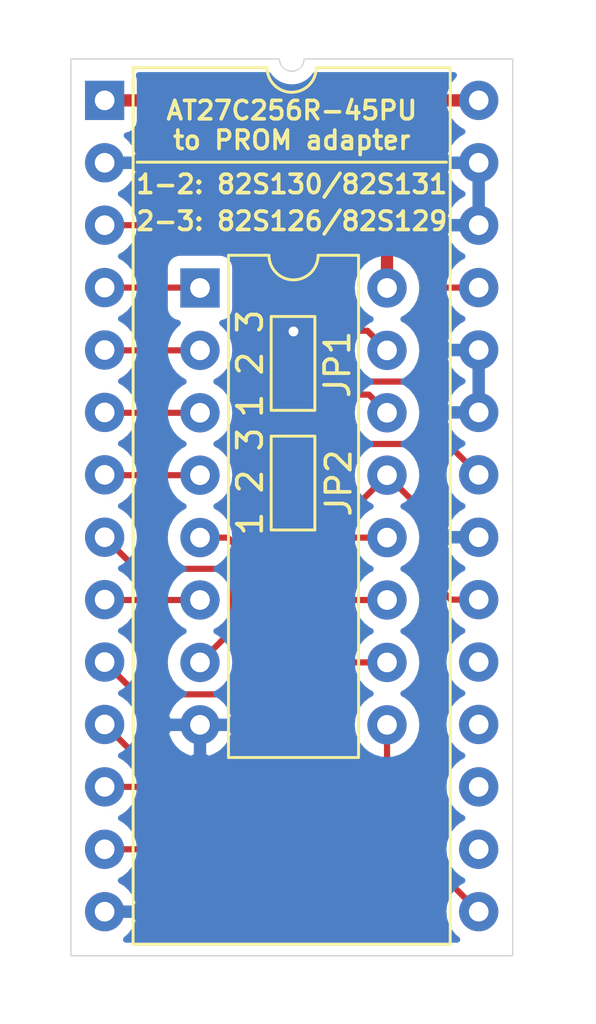
<source format=kicad_pcb>
(kicad_pcb (version 20171130) (host pcbnew "(5.1.4)-1")

  (general
    (thickness 1.6)
    (drawings 13)
    (tracks 69)
    (zones 0)
    (modules 4)
    (nets 23)
  )

  (page A4)
  (layers
    (0 F.Cu signal)
    (31 B.Cu signal)
    (32 B.Adhes user)
    (33 F.Adhes user)
    (34 B.Paste user)
    (35 F.Paste user)
    (36 B.SilkS user)
    (37 F.SilkS user)
    (38 B.Mask user)
    (39 F.Mask user)
    (40 Dwgs.User user)
    (41 Cmts.User user)
    (42 Eco1.User user)
    (43 Eco2.User user)
    (44 Edge.Cuts user)
    (45 Margin user)
    (46 B.CrtYd user)
    (47 F.CrtYd user)
    (48 B.Fab user)
    (49 F.Fab user)
  )

  (setup
    (last_trace_width 0.25)
    (trace_clearance 0.2)
    (zone_clearance 0.508)
    (zone_45_only no)
    (trace_min 0.2)
    (via_size 0.8)
    (via_drill 0.4)
    (via_min_size 0.4)
    (via_min_drill 0.3)
    (uvia_size 0.3)
    (uvia_drill 0.1)
    (uvias_allowed no)
    (uvia_min_size 0.2)
    (uvia_min_drill 0.1)
    (edge_width 0.05)
    (segment_width 0.2)
    (pcb_text_width 0.3)
    (pcb_text_size 1.5 1.5)
    (mod_edge_width 0.12)
    (mod_text_size 1 1)
    (mod_text_width 0.15)
    (pad_size 1.524 1.524)
    (pad_drill 0.762)
    (pad_to_mask_clearance 0.051)
    (solder_mask_min_width 0.25)
    (aux_axis_origin 0 0)
    (visible_elements FFFFFF7F)
    (pcbplotparams
      (layerselection 0x010fc_ffffffff)
      (usegerberextensions false)
      (usegerberattributes false)
      (usegerberadvancedattributes false)
      (creategerberjobfile false)
      (excludeedgelayer true)
      (linewidth 0.100000)
      (plotframeref false)
      (viasonmask false)
      (mode 1)
      (useauxorigin false)
      (hpglpennumber 1)
      (hpglpenspeed 20)
      (hpglpendiameter 15.000000)
      (psnegative false)
      (psa4output false)
      (plotreference true)
      (plotvalue true)
      (plotinvisibletext false)
      (padsonsilk false)
      (subtractmaskfromsilk false)
      (outputformat 1)
      (mirror false)
      (drillshape 0)
      (scaleselection 1)
      (outputdirectory "PROM_Adapter_Gerbers/"))
  )

  (net 0 "")
  (net 1 +5V)
  (net 2 GND)
  (net 3 A7)
  (net 4 A2)
  (net 5 PROM_14)
  (net 6 A1)
  (net 7 CE)
  (net 8 A0)
  (net 9 D0)
  (net 10 A3)
  (net 11 D1)
  (net 12 A4)
  (net 13 D2)
  (net 14 A5)
  (net 15 D3)
  (net 16 A6)
  (net 17 "Net-(JP1-Pad2)")
  (net 18 "Net-(JP2-Pad2)")
  (net 19 "Net-(U1-Pad19)")
  (net 20 "Net-(U1-Pad18)")
  (net 21 "Net-(U1-Pad17)")
  (net 22 "Net-(U1-Pad16)")

  (net_class Default "This is the default net class."
    (clearance 0.2)
    (trace_width 0.25)
    (via_dia 0.8)
    (via_drill 0.4)
    (uvia_dia 0.3)
    (uvia_drill 0.1)
    (add_net +5V)
    (add_net A0)
    (add_net A1)
    (add_net A2)
    (add_net A3)
    (add_net A4)
    (add_net A5)
    (add_net A6)
    (add_net A7)
    (add_net CE)
    (add_net D0)
    (add_net D1)
    (add_net D2)
    (add_net D3)
    (add_net GND)
    (add_net "Net-(JP1-Pad2)")
    (add_net "Net-(JP2-Pad2)")
    (add_net "Net-(U1-Pad16)")
    (add_net "Net-(U1-Pad17)")
    (add_net "Net-(U1-Pad18)")
    (add_net "Net-(U1-Pad19)")
    (add_net PROM_14)
  )

  (module Housings_DIP:DIP-16_W7.62mm (layer F.Cu) (tedit 59C78D6B) (tstamp 6046B427)
    (at 133.26 95.32)
    (descr "16-lead though-hole mounted DIP package, row spacing 7.62 mm (300 mils)")
    (tags "THT DIP DIL PDIP 2.54mm 7.62mm 300mil")
    (path /6046D809)
    (fp_text reference J1 (at 3.81 -2.33) (layer F.Fab)
      (effects (font (size 1 1) (thickness 0.15)))
    )
    (fp_text value Conn_02x08_Counter_Clockwise (at 3.81 20.11) (layer F.Fab)
      (effects (font (size 1 1) (thickness 0.15)))
    )
    (fp_text user %R (at 3.81 8.89) (layer F.Fab)
      (effects (font (size 1 1) (thickness 0.15)))
    )
    (fp_line (start 8.7 -1.55) (end -1.1 -1.55) (layer F.CrtYd) (width 0.05))
    (fp_line (start 8.7 19.3) (end 8.7 -1.55) (layer F.CrtYd) (width 0.05))
    (fp_line (start -1.1 19.3) (end 8.7 19.3) (layer F.CrtYd) (width 0.05))
    (fp_line (start -1.1 -1.55) (end -1.1 19.3) (layer F.CrtYd) (width 0.05))
    (fp_line (start 6.46 -1.33) (end 4.81 -1.33) (layer F.SilkS) (width 0.12))
    (fp_line (start 6.46 19.11) (end 6.46 -1.33) (layer F.SilkS) (width 0.12))
    (fp_line (start 1.16 19.11) (end 6.46 19.11) (layer F.SilkS) (width 0.12))
    (fp_line (start 1.16 -1.33) (end 1.16 19.11) (layer F.SilkS) (width 0.12))
    (fp_line (start 2.81 -1.33) (end 1.16 -1.33) (layer F.SilkS) (width 0.12))
    (fp_line (start 0.635 -0.27) (end 1.635 -1.27) (layer F.Fab) (width 0.1))
    (fp_line (start 0.635 19.05) (end 0.635 -0.27) (layer F.Fab) (width 0.1))
    (fp_line (start 6.985 19.05) (end 0.635 19.05) (layer F.Fab) (width 0.1))
    (fp_line (start 6.985 -1.27) (end 6.985 19.05) (layer F.Fab) (width 0.1))
    (fp_line (start 1.635 -1.27) (end 6.985 -1.27) (layer F.Fab) (width 0.1))
    (fp_arc (start 3.81 -1.33) (end 2.81 -1.33) (angle -180) (layer F.SilkS) (width 0.12))
    (pad 16 thru_hole oval (at 7.62 0) (size 1.6 1.6) (drill 0.8) (layers *.Cu *.Mask)
      (net 1 +5V))
    (pad 8 thru_hole oval (at 0 17.78) (size 1.6 1.6) (drill 0.8) (layers *.Cu *.Mask)
      (net 2 GND))
    (pad 15 thru_hole oval (at 7.62 2.54) (size 1.6 1.6) (drill 0.8) (layers *.Cu *.Mask)
      (net 3 A7))
    (pad 7 thru_hole oval (at 0 15.24) (size 1.6 1.6) (drill 0.8) (layers *.Cu *.Mask)
      (net 4 A2))
    (pad 14 thru_hole oval (at 7.62 5.08) (size 1.6 1.6) (drill 0.8) (layers *.Cu *.Mask)
      (net 5 PROM_14))
    (pad 6 thru_hole oval (at 0 12.7) (size 1.6 1.6) (drill 0.8) (layers *.Cu *.Mask)
      (net 6 A1))
    (pad 13 thru_hole oval (at 7.62 7.62) (size 1.6 1.6) (drill 0.8) (layers *.Cu *.Mask)
      (net 7 CE))
    (pad 5 thru_hole oval (at 0 10.16) (size 1.6 1.6) (drill 0.8) (layers *.Cu *.Mask)
      (net 8 A0))
    (pad 12 thru_hole oval (at 7.62 10.16) (size 1.6 1.6) (drill 0.8) (layers *.Cu *.Mask)
      (net 9 D0))
    (pad 4 thru_hole oval (at 0 7.62) (size 1.6 1.6) (drill 0.8) (layers *.Cu *.Mask)
      (net 10 A3))
    (pad 11 thru_hole oval (at 7.62 12.7) (size 1.6 1.6) (drill 0.8) (layers *.Cu *.Mask)
      (net 11 D1))
    (pad 3 thru_hole oval (at 0 5.08) (size 1.6 1.6) (drill 0.8) (layers *.Cu *.Mask)
      (net 12 A4))
    (pad 10 thru_hole oval (at 7.62 15.24) (size 1.6 1.6) (drill 0.8) (layers *.Cu *.Mask)
      (net 13 D2))
    (pad 2 thru_hole oval (at 0 2.54) (size 1.6 1.6) (drill 0.8) (layers *.Cu *.Mask)
      (net 14 A5))
    (pad 9 thru_hole oval (at 7.62 17.78) (size 1.6 1.6) (drill 0.8) (layers *.Cu *.Mask)
      (net 15 D3))
    (pad 1 thru_hole rect (at 0 0) (size 1.6 1.6) (drill 0.8) (layers *.Cu *.Mask)
      (net 16 A6))
    (model ${KISYS3DMOD}/Housings_DIP.3dshapes/DIP-16_W7.62mm.wrl
      (at (xyz 0 0 0))
      (scale (xyz 1 1 1))
      (rotate (xyz 0 0 0))
    )
  )

  (module Connectors:GS3 (layer F.Cu) (tedit 58613494) (tstamp 6046B436)
    (at 137.05 98.39 180)
    (descr "3-pin solder bridge")
    (tags "solder bridge")
    (path /60470362)
    (attr smd)
    (fp_text reference JP1 (at -1.81 -0.04 90) (layer F.SilkS)
      (effects (font (size 1 1) (thickness 0.15)))
    )
    (fp_text value Jumper_3_Open (at 1.8 0 90) (layer F.Fab)
      (effects (font (size 1 1) (thickness 0.15)))
    )
    (fp_line (start -0.89 -1.91) (end 0.89 -1.91) (layer F.SilkS) (width 0.12))
    (fp_line (start 0.89 1.91) (end 0.89 -1.91) (layer F.SilkS) (width 0.12))
    (fp_line (start -0.89 1.91) (end 0.89 1.91) (layer F.SilkS) (width 0.12))
    (fp_line (start -0.89 -1.91) (end -0.89 1.91) (layer F.SilkS) (width 0.12))
    (fp_line (start -1.15 2.15) (end -1.15 -2.15) (layer F.CrtYd) (width 0.05))
    (fp_line (start 1.15 2.15) (end -1.15 2.15) (layer F.CrtYd) (width 0.05))
    (fp_line (start 1.15 -2.15) (end 1.15 2.15) (layer F.CrtYd) (width 0.05))
    (fp_line (start -1.15 -2.15) (end 1.15 -2.15) (layer F.CrtYd) (width 0.05))
    (pad 3 smd rect (at 0 1.27 180) (size 1.27 0.97) (layers F.Cu F.Paste F.Mask)
      (net 2 GND))
    (pad 2 smd rect (at 0 0 180) (size 1.27 0.97) (layers F.Cu F.Paste F.Mask)
      (net 17 "Net-(JP1-Pad2)"))
    (pad 1 smd rect (at 0 -1.27 180) (size 1.27 0.97) (layers F.Cu F.Paste F.Mask)
      (net 5 PROM_14))
  )

  (module Connectors:GS3 (layer F.Cu) (tedit 58613494) (tstamp 6046B445)
    (at 137.05 103.26 180)
    (descr "3-pin solder bridge")
    (tags "solder bridge")
    (path /6047724B)
    (attr smd)
    (fp_text reference JP2 (at -1.86 0 90) (layer F.SilkS)
      (effects (font (size 1 1) (thickness 0.15)))
    )
    (fp_text value Jumper_3_Open (at 1.8 0 90) (layer F.Fab)
      (effects (font (size 1 1) (thickness 0.15)))
    )
    (fp_line (start -1.15 -2.15) (end 1.15 -2.15) (layer F.CrtYd) (width 0.05))
    (fp_line (start 1.15 -2.15) (end 1.15 2.15) (layer F.CrtYd) (width 0.05))
    (fp_line (start 1.15 2.15) (end -1.15 2.15) (layer F.CrtYd) (width 0.05))
    (fp_line (start -1.15 2.15) (end -1.15 -2.15) (layer F.CrtYd) (width 0.05))
    (fp_line (start -0.89 -1.91) (end -0.89 1.91) (layer F.SilkS) (width 0.12))
    (fp_line (start -0.89 1.91) (end 0.89 1.91) (layer F.SilkS) (width 0.12))
    (fp_line (start 0.89 1.91) (end 0.89 -1.91) (layer F.SilkS) (width 0.12))
    (fp_line (start -0.89 -1.91) (end 0.89 -1.91) (layer F.SilkS) (width 0.12))
    (pad 1 smd rect (at 0 -1.27 180) (size 1.27 0.97) (layers F.Cu F.Paste F.Mask)
      (net 7 CE))
    (pad 2 smd rect (at 0 0 180) (size 1.27 0.97) (layers F.Cu F.Paste F.Mask)
      (net 18 "Net-(JP2-Pad2)"))
    (pad 3 smd rect (at 0 1.27 180) (size 1.27 0.97) (layers F.Cu F.Paste F.Mask)
      (net 5 PROM_14))
  )

  (module Housings_DIP:DIP-28_W15.24mm (layer F.Cu) (tedit 59C78D6C) (tstamp 6046B475)
    (at 129.375001 87.685001)
    (descr "28-lead though-hole mounted DIP package, row spacing 15.24 mm (600 mils)")
    (tags "THT DIP DIL PDIP 2.54mm 15.24mm 600mil")
    (path /6046ADD0)
    (fp_text reference U1 (at 7.62 -2.33) (layer F.Fab)
      (effects (font (size 1 1) (thickness 0.15)))
    )
    (fp_text value 27C256 (at 7.62 35.35) (layer F.Fab)
      (effects (font (size 1 1) (thickness 0.15)))
    )
    (fp_text user %R (at 7.62 16.51) (layer F.Fab)
      (effects (font (size 1 1) (thickness 0.15)))
    )
    (fp_line (start 16.3 -1.55) (end -1.05 -1.55) (layer F.CrtYd) (width 0.05))
    (fp_line (start 16.3 34.55) (end 16.3 -1.55) (layer F.CrtYd) (width 0.05))
    (fp_line (start -1.05 34.55) (end 16.3 34.55) (layer F.CrtYd) (width 0.05))
    (fp_line (start -1.05 -1.55) (end -1.05 34.55) (layer F.CrtYd) (width 0.05))
    (fp_line (start 14.08 -1.33) (end 8.62 -1.33) (layer F.SilkS) (width 0.12))
    (fp_line (start 14.08 34.35) (end 14.08 -1.33) (layer F.SilkS) (width 0.12))
    (fp_line (start 1.16 34.35) (end 14.08 34.35) (layer F.SilkS) (width 0.12))
    (fp_line (start 1.16 -1.33) (end 1.16 34.35) (layer F.SilkS) (width 0.12))
    (fp_line (start 6.62 -1.33) (end 1.16 -1.33) (layer F.SilkS) (width 0.12))
    (fp_line (start 0.255 -0.27) (end 1.255 -1.27) (layer F.Fab) (width 0.1))
    (fp_line (start 0.255 34.29) (end 0.255 -0.27) (layer F.Fab) (width 0.1))
    (fp_line (start 14.985 34.29) (end 0.255 34.29) (layer F.Fab) (width 0.1))
    (fp_line (start 14.985 -1.27) (end 14.985 34.29) (layer F.Fab) (width 0.1))
    (fp_line (start 1.255 -1.27) (end 14.985 -1.27) (layer F.Fab) (width 0.1))
    (fp_arc (start 7.62 -1.33) (end 6.62 -1.33) (angle -180) (layer F.SilkS) (width 0.12))
    (pad 28 thru_hole oval (at 15.24 0) (size 1.6 1.6) (drill 0.8) (layers *.Cu *.Mask)
      (net 1 +5V))
    (pad 14 thru_hole oval (at 0 33.02) (size 1.6 1.6) (drill 0.8) (layers *.Cu *.Mask)
      (net 2 GND))
    (pad 27 thru_hole oval (at 15.24 2.54) (size 1.6 1.6) (drill 0.8) (layers *.Cu *.Mask)
      (net 2 GND))
    (pad 13 thru_hole oval (at 0 30.48) (size 1.6 1.6) (drill 0.8) (layers *.Cu *.Mask)
      (net 13 D2))
    (pad 26 thru_hole oval (at 15.24 5.08) (size 1.6 1.6) (drill 0.8) (layers *.Cu *.Mask)
      (net 2 GND))
    (pad 12 thru_hole oval (at 0 27.94) (size 1.6 1.6) (drill 0.8) (layers *.Cu *.Mask)
      (net 11 D1))
    (pad 25 thru_hole oval (at 15.24 7.62) (size 1.6 1.6) (drill 0.8) (layers *.Cu *.Mask)
      (net 17 "Net-(JP1-Pad2)"))
    (pad 11 thru_hole oval (at 0 25.4) (size 1.6 1.6) (drill 0.8) (layers *.Cu *.Mask)
      (net 9 D0))
    (pad 24 thru_hole oval (at 15.24 10.16) (size 1.6 1.6) (drill 0.8) (layers *.Cu *.Mask)
      (net 2 GND))
    (pad 10 thru_hole oval (at 0 22.86) (size 1.6 1.6) (drill 0.8) (layers *.Cu *.Mask)
      (net 8 A0))
    (pad 23 thru_hole oval (at 15.24 12.7) (size 1.6 1.6) (drill 0.8) (layers *.Cu *.Mask)
      (net 2 GND))
    (pad 9 thru_hole oval (at 0 20.32) (size 1.6 1.6) (drill 0.8) (layers *.Cu *.Mask)
      (net 6 A1))
    (pad 22 thru_hole oval (at 15.24 15.24) (size 1.6 1.6) (drill 0.8) (layers *.Cu *.Mask)
      (net 18 "Net-(JP2-Pad2)"))
    (pad 8 thru_hole oval (at 0 17.78) (size 1.6 1.6) (drill 0.8) (layers *.Cu *.Mask)
      (net 4 A2))
    (pad 21 thru_hole oval (at 15.24 17.78) (size 1.6 1.6) (drill 0.8) (layers *.Cu *.Mask)
      (net 2 GND))
    (pad 7 thru_hole oval (at 0 15.24) (size 1.6 1.6) (drill 0.8) (layers *.Cu *.Mask)
      (net 10 A3))
    (pad 20 thru_hole oval (at 15.24 20.32) (size 1.6 1.6) (drill 0.8) (layers *.Cu *.Mask)
      (net 7 CE))
    (pad 6 thru_hole oval (at 0 12.7) (size 1.6 1.6) (drill 0.8) (layers *.Cu *.Mask)
      (net 12 A4))
    (pad 19 thru_hole oval (at 15.24 22.86) (size 1.6 1.6) (drill 0.8) (layers *.Cu *.Mask)
      (net 19 "Net-(U1-Pad19)"))
    (pad 5 thru_hole oval (at 0 10.16) (size 1.6 1.6) (drill 0.8) (layers *.Cu *.Mask)
      (net 14 A5))
    (pad 18 thru_hole oval (at 15.24 25.4) (size 1.6 1.6) (drill 0.8) (layers *.Cu *.Mask)
      (net 20 "Net-(U1-Pad18)"))
    (pad 4 thru_hole oval (at 0 7.62) (size 1.6 1.6) (drill 0.8) (layers *.Cu *.Mask)
      (net 16 A6))
    (pad 17 thru_hole oval (at 15.24 27.94) (size 1.6 1.6) (drill 0.8) (layers *.Cu *.Mask)
      (net 21 "Net-(U1-Pad17)"))
    (pad 3 thru_hole oval (at 0 5.08) (size 1.6 1.6) (drill 0.8) (layers *.Cu *.Mask)
      (net 3 A7))
    (pad 16 thru_hole oval (at 15.24 30.48) (size 1.6 1.6) (drill 0.8) (layers *.Cu *.Mask)
      (net 22 "Net-(U1-Pad16)"))
    (pad 2 thru_hole oval (at 0 2.54) (size 1.6 1.6) (drill 0.8) (layers *.Cu *.Mask)
      (net 2 GND))
    (pad 15 thru_hole oval (at 15.24 33.02) (size 1.6 1.6) (drill 0.8) (layers *.Cu *.Mask)
      (net 15 D3))
    (pad 1 thru_hole rect (at 0 0) (size 1.6 1.6) (drill 0.8) (layers *.Cu *.Mask)
      (net 1 +5V))
    (model ${KISYS3DMOD}/Housings_DIP.3dshapes/DIP-28_W15.24mm.wrl
      (at (xyz 0 0 0))
      (scale (xyz 1 1 1))
      (rotate (xyz 0 0 0))
    )
  )

  (gr_line (start 130.7 90.2) (end 143.3 90.2) (layer F.SilkS) (width 0.12))
  (gr_text "AT27C256R-45PU\nto PROM adapter" (at 137 88.7) (layer F.SilkS) (tstamp 6046BC46)
    (effects (font (size 0.75 0.75) (thickness 0.15)))
  )
  (gr_text "2-3: 82S126/82S129" (at 137 92.6) (layer F.SilkS) (tstamp 6046BAE7)
    (effects (font (size 0.75 0.75) (thickness 0.15)))
  )
  (gr_text "1-2: 82S130/82S131" (at 137 91.1) (layer F.SilkS)
    (effects (font (size 0.75 0.75) (thickness 0.15)))
  )
  (gr_text "1 2 3" (at 135.3 98.4 90) (layer F.SilkS) (tstamp 6046BAE3)
    (effects (font (size 1 1) (thickness 0.15)))
  )
  (gr_text "1 2 3" (at 135.3 103.2 90) (layer F.SilkS)
    (effects (font (size 1 1) (thickness 0.15)))
  )
  (gr_line (start 146 86) (end 137.5 86) (layer Edge.Cuts) (width 0.05) (tstamp 6046BA82))
  (gr_arc (start 137 86) (end 136.5 86) (angle -90) (layer Edge.Cuts) (width 0.05) (tstamp 6046BA77))
  (gr_arc (start 137 86) (end 137 86.5) (angle -90) (layer Edge.Cuts) (width 0.05))
  (gr_line (start 146 86) (end 146 122.5) (layer Edge.Cuts) (width 0.05) (tstamp 6046BA72))
  (gr_line (start 128 86) (end 136.5 86) (layer Edge.Cuts) (width 0.05))
  (gr_line (start 128 122.5) (end 128 86) (layer Edge.Cuts) (width 0.05))
  (gr_line (start 146 122.5) (end 128 122.5) (layer Edge.Cuts) (width 0.05))

  (segment (start 144.615001 87.685001) (end 143.274999 87.685001) (width 0.5) (layer F.Cu) (net 1))
  (segment (start 143.274999 87.685001) (end 129.375001 87.685001) (width 0.5) (layer F.Cu) (net 1))
  (segment (start 144.615001 87.685001) (end 142.824999 87.685001) (width 0.25) (layer F.Cu) (net 1))
  (segment (start 140.88 89.63) (end 140.88 95.32) (width 0.5) (layer F.Cu) (net 1))
  (segment (start 142.824999 87.685001) (end 140.88 89.63) (width 0.5) (layer F.Cu) (net 1))
  (via (at 137.07 97.09) (size 0.8) (drill 0.4) (layers F.Cu B.Cu) (net 2))
  (segment (start 140.080001 97.060001) (end 139.540001 97.060001) (width 0.25) (layer F.Cu) (net 3))
  (segment (start 140.88 97.86) (end 140.080001 97.060001) (width 0.25) (layer F.Cu) (net 3))
  (segment (start 135.245001 92.765001) (end 129.375001 92.765001) (width 0.25) (layer F.Cu) (net 3))
  (segment (start 139.540001 97.060001) (end 135.245001 92.765001) (width 0.25) (layer F.Cu) (net 3))
  (segment (start 133.26 110.56) (end 134.56 109.26) (width 0.25) (layer F.Cu) (net 4))
  (segment (start 134.56 109.26) (end 134.56 107.08) (width 0.25) (layer F.Cu) (net 4))
  (segment (start 134.56 107.08) (end 134.23 106.75) (width 0.25) (layer F.Cu) (net 4))
  (segment (start 130.66 106.75) (end 129.375001 105.465001) (width 0.25) (layer F.Cu) (net 4))
  (segment (start 134.23 106.75) (end 130.66 106.75) (width 0.25) (layer F.Cu) (net 4))
  (segment (start 137.05 101.99) (end 137.05 99.66) (width 0.25) (layer F.Cu) (net 5))
  (segment (start 140.14 99.66) (end 140.88 100.4) (width 0.25) (layer F.Cu) (net 5))
  (segment (start 137.05 99.66) (end 140.14 99.66) (width 0.25) (layer F.Cu) (net 5))
  (segment (start 129.39 108.02) (end 129.375001 108.005001) (width 0.25) (layer F.Cu) (net 6))
  (segment (start 133.26 108.02) (end 129.39 108.02) (width 0.25) (layer F.Cu) (net 6))
  (segment (start 143.483631 108.005001) (end 142.7 107.22137) (width 0.25) (layer F.Cu) (net 7))
  (segment (start 144.615001 108.005001) (end 143.483631 108.005001) (width 0.25) (layer F.Cu) (net 7))
  (segment (start 142.7 104.76) (end 140.88 102.94) (width 0.25) (layer F.Cu) (net 7))
  (segment (start 142.7 107.22137) (end 142.7 104.76) (width 0.25) (layer F.Cu) (net 7))
  (segment (start 139.29 104.53) (end 137.05 104.53) (width 0.25) (layer F.Cu) (net 7))
  (segment (start 140.88 102.94) (end 139.29 104.53) (width 0.25) (layer F.Cu) (net 7))
  (segment (start 130.69 111.86) (end 129.375001 110.545001) (width 0.25) (layer F.Cu) (net 8))
  (segment (start 134.76 111.86) (end 130.69 111.86) (width 0.25) (layer F.Cu) (net 8))
  (segment (start 135.05 111.57) (end 134.76 111.86) (width 0.25) (layer F.Cu) (net 8))
  (segment (start 135.05 106.13863) (end 135.05 111.57) (width 0.25) (layer F.Cu) (net 8))
  (segment (start 133.26 105.48) (end 134.39137 105.48) (width 0.25) (layer F.Cu) (net 8))
  (segment (start 134.39137 105.48) (end 135.05 106.13863) (width 0.25) (layer F.Cu) (net 8))
  (segment (start 139.08 105.48) (end 140.88 105.48) (width 0.25) (layer F.Cu) (net 9))
  (segment (start 137.88 106.68) (end 139.08 105.48) (width 0.25) (layer F.Cu) (net 9))
  (segment (start 137.88 113.01) (end 137.88 106.68) (width 0.25) (layer F.Cu) (net 9))
  (segment (start 136.32 114.57) (end 137.88 113.01) (width 0.25) (layer F.Cu) (net 9))
  (segment (start 129.375001 113.085001) (end 130.86 114.57) (width 0.25) (layer F.Cu) (net 9))
  (segment (start 130.86 114.57) (end 136.32 114.57) (width 0.25) (layer F.Cu) (net 9))
  (segment (start 129.39 102.94) (end 129.375001 102.925001) (width 0.25) (layer F.Cu) (net 10))
  (segment (start 133.26 102.94) (end 129.39 102.94) (width 0.25) (layer F.Cu) (net 10))
  (segment (start 135.901409 115.625001) (end 138.36 113.16641) (width 0.25) (layer F.Cu) (net 11))
  (segment (start 129.375001 115.625001) (end 135.901409 115.625001) (width 0.25) (layer F.Cu) (net 11))
  (segment (start 138.36 113.16641) (end 138.36 109.18) (width 0.25) (layer F.Cu) (net 11))
  (segment (start 139.52 108.02) (end 140.88 108.02) (width 0.25) (layer F.Cu) (net 11))
  (segment (start 138.36 109.18) (end 139.52 108.02) (width 0.25) (layer F.Cu) (net 11))
  (segment (start 129.39 100.4) (end 129.375001 100.385001) (width 0.25) (layer F.Cu) (net 12))
  (segment (start 133.26 100.4) (end 129.39 100.4) (width 0.25) (layer F.Cu) (net 12))
  (segment (start 133.997819 118.165001) (end 138.87 113.29282) (width 0.25) (layer F.Cu) (net 13))
  (segment (start 129.375001 118.165001) (end 133.997819 118.165001) (width 0.25) (layer F.Cu) (net 13))
  (segment (start 138.87 113.29282) (end 138.87 111.11) (width 0.25) (layer F.Cu) (net 13))
  (segment (start 139.42 110.56) (end 140.88 110.56) (width 0.25) (layer F.Cu) (net 13))
  (segment (start 138.87 111.11) (end 139.42 110.56) (width 0.25) (layer F.Cu) (net 13))
  (segment (start 129.39 97.86) (end 129.375001 97.845001) (width 0.25) (layer F.Cu) (net 14))
  (segment (start 133.26 97.86) (end 129.39 97.86) (width 0.25) (layer F.Cu) (net 14))
  (segment (start 140.88 116.97) (end 140.88 113.1) (width 0.25) (layer F.Cu) (net 15))
  (segment (start 144.615001 120.705001) (end 140.88 116.97) (width 0.25) (layer F.Cu) (net 15))
  (segment (start 133.245001 95.305001) (end 133.26 95.32) (width 0.25) (layer F.Cu) (net 16))
  (segment (start 129.375001 95.305001) (end 133.245001 95.305001) (width 0.25) (layer F.Cu) (net 16))
  (segment (start 137.05 98.39) (end 138.88 98.39) (width 0.25) (layer F.Cu) (net 17))
  (segment (start 138.88 98.39) (end 139.62 99.13) (width 0.25) (layer F.Cu) (net 17))
  (segment (start 139.62 99.13) (end 142.01 99.13) (width 0.25) (layer F.Cu) (net 17))
  (segment (start 142.01 99.13) (end 142.75 98.39) (width 0.25) (layer F.Cu) (net 17))
  (segment (start 142.75 98.39) (end 142.75 95.68) (width 0.25) (layer F.Cu) (net 17))
  (segment (start 143.124999 95.305001) (end 144.615001 95.305001) (width 0.25) (layer F.Cu) (net 17))
  (segment (start 142.75 95.68) (end 143.124999 95.305001) (width 0.25) (layer F.Cu) (net 17))
  (segment (start 137.935 103.26) (end 139.525 101.67) (width 0.25) (layer F.Cu) (net 18))
  (segment (start 137.05 103.26) (end 137.935 103.26) (width 0.25) (layer F.Cu) (net 18))
  (segment (start 143.36 101.67) (end 144.615001 102.925001) (width 0.25) (layer F.Cu) (net 18))
  (segment (start 139.525 101.67) (end 143.36 101.67) (width 0.25) (layer F.Cu) (net 18))

  (zone (net 2) (net_name GND) (layer B.Cu) (tstamp 6046C238) (hatch edge 0.508)
    (connect_pads (clearance 0.508))
    (min_thickness 0.254)
    (fill yes (arc_segments 32) (thermal_gap 0.508) (thermal_bridge_width 0.508))
    (polygon
      (pts
        (xy 149.4 125.3) (xy 125.7 124.2) (xy 126.5 83.6) (xy 148 84.8)
      )
    )
    (filled_polygon
      (pts
        (xy 136.071119 86.693156) (xy 136.076943 86.700297) (xy 136.139145 86.775486) (xy 136.181594 86.817639) (xy 136.223439 86.860371)
        (xy 136.23054 86.866245) (xy 136.30616 86.927921) (xy 136.356025 86.961052) (xy 136.40535 86.994825) (xy 136.413445 86.999202)
        (xy 136.413448 86.999204) (xy 136.413451 86.999205) (xy 136.413456 86.999208) (xy 136.499617 87.04502) (xy 136.554909 87.067809)
        (xy 136.609898 87.091378) (xy 136.618701 87.094103) (xy 136.712119 87.122308) (xy 136.770826 87.133933) (xy 136.829316 87.146365)
        (xy 136.83847 87.147327) (xy 136.838476 87.147328) (xy 136.838481 87.147328) (xy 136.935598 87.15685) (xy 136.964403 87.15685)
        (xy 136.993054 87.159964) (xy 137.002269 87.159996) (xy 137.00576 87.159984) (xy 137.034459 87.15707) (xy 137.063308 87.157272)
        (xy 137.072479 87.156373) (xy 137.169527 87.146173) (xy 137.228152 87.134139) (xy 137.286884 87.122936) (xy 137.295706 87.120272)
        (xy 137.388925 87.091416) (xy 137.444075 87.068233) (xy 137.499537 87.045825) (xy 137.507666 87.041502) (xy 137.50767 87.0415)
        (xy 137.507673 87.041498) (xy 137.593511 86.995086) (xy 137.643098 86.961638) (xy 137.693156 86.928881) (xy 137.700297 86.923057)
        (xy 137.775486 86.860855) (xy 137.817639 86.818406) (xy 137.860371 86.776561) (xy 137.866245 86.76946) (xy 137.927921 86.69384)
        (xy 137.950405 86.66) (xy 143.601964 86.66) (xy 143.595393 86.665393) (xy 143.416069 86.8839) (xy 143.282819 87.133193)
        (xy 143.200765 87.403692) (xy 143.173058 87.685001) (xy 143.200765 87.96631) (xy 143.282819 88.236809) (xy 143.416069 88.486102)
        (xy 143.595393 88.704609) (xy 143.8139 88.883933) (xy 143.951683 88.95758) (xy 143.75987 89.072616) (xy 143.551482 89.261587)
        (xy 143.383964 89.487581) (xy 143.263755 89.741914) (xy 143.223097 89.875962) (xy 143.345086 90.098001) (xy 144.488001 90.098001)
        (xy 144.488001 90.078001) (xy 144.742001 90.078001) (xy 144.742001 90.098001) (xy 144.762001 90.098001) (xy 144.762001 90.352001)
        (xy 144.742001 90.352001) (xy 144.742001 92.638001) (xy 144.762001 92.638001) (xy 144.762001 92.892001) (xy 144.742001 92.892001)
        (xy 144.742001 92.912001) (xy 144.488001 92.912001) (xy 144.488001 92.892001) (xy 143.345086 92.892001) (xy 143.223097 93.11404)
        (xy 143.263755 93.248088) (xy 143.383964 93.502421) (xy 143.551482 93.728415) (xy 143.75987 93.917386) (xy 143.951683 94.032422)
        (xy 143.8139 94.106069) (xy 143.595393 94.285393) (xy 143.416069 94.5039) (xy 143.282819 94.753193) (xy 143.200765 95.023692)
        (xy 143.173058 95.305001) (xy 143.200765 95.58631) (xy 143.282819 95.856809) (xy 143.416069 96.106102) (xy 143.595393 96.324609)
        (xy 143.8139 96.503933) (xy 143.951683 96.57758) (xy 143.75987 96.692616) (xy 143.551482 96.881587) (xy 143.383964 97.107581)
        (xy 143.263755 97.361914) (xy 143.223097 97.495962) (xy 143.345086 97.718001) (xy 144.488001 97.718001) (xy 144.488001 97.698001)
        (xy 144.742001 97.698001) (xy 144.742001 97.718001) (xy 144.762001 97.718001) (xy 144.762001 97.972001) (xy 144.742001 97.972001)
        (xy 144.742001 100.258001) (xy 144.762001 100.258001) (xy 144.762001 100.512001) (xy 144.742001 100.512001) (xy 144.742001 100.532001)
        (xy 144.488001 100.532001) (xy 144.488001 100.512001) (xy 143.345086 100.512001) (xy 143.223097 100.73404) (xy 143.263755 100.868088)
        (xy 143.383964 101.122421) (xy 143.551482 101.348415) (xy 143.75987 101.537386) (xy 143.951683 101.652422) (xy 143.8139 101.726069)
        (xy 143.595393 101.905393) (xy 143.416069 102.1239) (xy 143.282819 102.373193) (xy 143.200765 102.643692) (xy 143.173058 102.925001)
        (xy 143.200765 103.20631) (xy 143.282819 103.476809) (xy 143.416069 103.726102) (xy 143.595393 103.944609) (xy 143.8139 104.123933)
        (xy 143.951683 104.19758) (xy 143.75987 104.312616) (xy 143.551482 104.501587) (xy 143.383964 104.727581) (xy 143.263755 104.981914)
        (xy 143.223097 105.115962) (xy 143.345086 105.338001) (xy 144.488001 105.338001) (xy 144.488001 105.318001) (xy 144.742001 105.318001)
        (xy 144.742001 105.338001) (xy 144.762001 105.338001) (xy 144.762001 105.592001) (xy 144.742001 105.592001) (xy 144.742001 105.612001)
        (xy 144.488001 105.612001) (xy 144.488001 105.592001) (xy 143.345086 105.592001) (xy 143.223097 105.81404) (xy 143.263755 105.948088)
        (xy 143.383964 106.202421) (xy 143.551482 106.428415) (xy 143.75987 106.617386) (xy 143.951683 106.732422) (xy 143.8139 106.806069)
        (xy 143.595393 106.985393) (xy 143.416069 107.2039) (xy 143.282819 107.453193) (xy 143.200765 107.723692) (xy 143.173058 108.005001)
        (xy 143.200765 108.28631) (xy 143.282819 108.556809) (xy 143.416069 108.806102) (xy 143.595393 109.024609) (xy 143.8139 109.203933)
        (xy 143.946859 109.275001) (xy 143.8139 109.346069) (xy 143.595393 109.525393) (xy 143.416069 109.7439) (xy 143.282819 109.993193)
        (xy 143.200765 110.263692) (xy 143.173058 110.545001) (xy 143.200765 110.82631) (xy 143.282819 111.096809) (xy 143.416069 111.346102)
        (xy 143.595393 111.564609) (xy 143.8139 111.743933) (xy 143.946859 111.815001) (xy 143.8139 111.886069) (xy 143.595393 112.065393)
        (xy 143.416069 112.2839) (xy 143.282819 112.533193) (xy 143.200765 112.803692) (xy 143.173058 113.085001) (xy 143.200765 113.36631)
        (xy 143.282819 113.636809) (xy 143.416069 113.886102) (xy 143.595393 114.104609) (xy 143.8139 114.283933) (xy 143.946859 114.355001)
        (xy 143.8139 114.426069) (xy 143.595393 114.605393) (xy 143.416069 114.8239) (xy 143.282819 115.073193) (xy 143.200765 115.343692)
        (xy 143.173058 115.625001) (xy 143.200765 115.90631) (xy 143.282819 116.176809) (xy 143.416069 116.426102) (xy 143.595393 116.644609)
        (xy 143.8139 116.823933) (xy 143.946859 116.895001) (xy 143.8139 116.966069) (xy 143.595393 117.145393) (xy 143.416069 117.3639)
        (xy 143.282819 117.613193) (xy 143.200765 117.883692) (xy 143.173058 118.165001) (xy 143.200765 118.44631) (xy 143.282819 118.716809)
        (xy 143.416069 118.966102) (xy 143.595393 119.184609) (xy 143.8139 119.363933) (xy 143.946859 119.435001) (xy 143.8139 119.506069)
        (xy 143.595393 119.685393) (xy 143.416069 119.9039) (xy 143.282819 120.153193) (xy 143.200765 120.423692) (xy 143.173058 120.705001)
        (xy 143.200765 120.98631) (xy 143.282819 121.256809) (xy 143.416069 121.506102) (xy 143.595393 121.724609) (xy 143.735997 121.84)
        (xy 130.249304 121.84) (xy 130.43852 121.668415) (xy 130.606038 121.442421) (xy 130.726247 121.188088) (xy 130.766905 121.05404)
        (xy 130.644916 120.832001) (xy 129.502001 120.832001) (xy 129.502001 120.852001) (xy 129.248001 120.852001) (xy 129.248001 120.832001)
        (xy 129.228001 120.832001) (xy 129.228001 120.578001) (xy 129.248001 120.578001) (xy 129.248001 120.558001) (xy 129.502001 120.558001)
        (xy 129.502001 120.578001) (xy 130.644916 120.578001) (xy 130.766905 120.355962) (xy 130.726247 120.221914) (xy 130.606038 119.967581)
        (xy 130.43852 119.741587) (xy 130.230132 119.552616) (xy 130.038319 119.43758) (xy 130.176102 119.363933) (xy 130.394609 119.184609)
        (xy 130.573933 118.966102) (xy 130.707183 118.716809) (xy 130.789237 118.44631) (xy 130.816944 118.165001) (xy 130.789237 117.883692)
        (xy 130.707183 117.613193) (xy 130.573933 117.3639) (xy 130.394609 117.145393) (xy 130.176102 116.966069) (xy 130.043143 116.895001)
        (xy 130.176102 116.823933) (xy 130.394609 116.644609) (xy 130.573933 116.426102) (xy 130.707183 116.176809) (xy 130.789237 115.90631)
        (xy 130.816944 115.625001) (xy 130.789237 115.343692) (xy 130.707183 115.073193) (xy 130.573933 114.8239) (xy 130.394609 114.605393)
        (xy 130.176102 114.426069) (xy 130.043143 114.355001) (xy 130.176102 114.283933) (xy 130.394609 114.104609) (xy 130.573933 113.886102)
        (xy 130.707183 113.636809) (xy 130.764141 113.449039) (xy 131.868096 113.449039) (xy 131.908754 113.583087) (xy 132.028963 113.83742)
        (xy 132.196481 114.063414) (xy 132.404869 114.252385) (xy 132.646119 114.39707) (xy 132.91096 114.491909) (xy 133.133 114.370624)
        (xy 133.133 113.227) (xy 133.387 113.227) (xy 133.387 114.370624) (xy 133.60904 114.491909) (xy 133.873881 114.39707)
        (xy 134.115131 114.252385) (xy 134.323519 114.063414) (xy 134.491037 113.83742) (xy 134.611246 113.583087) (xy 134.651904 113.449039)
        (xy 134.529915 113.227) (xy 133.387 113.227) (xy 133.133 113.227) (xy 131.990085 113.227) (xy 131.868096 113.449039)
        (xy 130.764141 113.449039) (xy 130.789237 113.36631) (xy 130.816944 113.085001) (xy 130.789237 112.803692) (xy 130.707183 112.533193)
        (xy 130.573933 112.2839) (xy 130.394609 112.065393) (xy 130.176102 111.886069) (xy 130.043143 111.815001) (xy 130.176102 111.743933)
        (xy 130.394609 111.564609) (xy 130.573933 111.346102) (xy 130.707183 111.096809) (xy 130.789237 110.82631) (xy 130.816944 110.545001)
        (xy 130.789237 110.263692) (xy 130.707183 109.993193) (xy 130.573933 109.7439) (xy 130.394609 109.525393) (xy 130.176102 109.346069)
        (xy 130.043143 109.275001) (xy 130.176102 109.203933) (xy 130.394609 109.024609) (xy 130.573933 108.806102) (xy 130.707183 108.556809)
        (xy 130.789237 108.28631) (xy 130.816944 108.005001) (xy 130.789237 107.723692) (xy 130.707183 107.453193) (xy 130.573933 107.2039)
        (xy 130.394609 106.985393) (xy 130.176102 106.806069) (xy 130.043143 106.735001) (xy 130.176102 106.663933) (xy 130.394609 106.484609)
        (xy 130.573933 106.266102) (xy 130.707183 106.016809) (xy 130.789237 105.74631) (xy 130.816944 105.465001) (xy 130.789237 105.183692)
        (xy 130.707183 104.913193) (xy 130.573933 104.6639) (xy 130.394609 104.445393) (xy 130.176102 104.266069) (xy 130.043143 104.195001)
        (xy 130.176102 104.123933) (xy 130.394609 103.944609) (xy 130.573933 103.726102) (xy 130.707183 103.476809) (xy 130.789237 103.20631)
        (xy 130.816944 102.925001) (xy 130.789237 102.643692) (xy 130.707183 102.373193) (xy 130.573933 102.1239) (xy 130.394609 101.905393)
        (xy 130.176102 101.726069) (xy 130.043143 101.655001) (xy 130.176102 101.583933) (xy 130.394609 101.404609) (xy 130.573933 101.186102)
        (xy 130.707183 100.936809) (xy 130.789237 100.66631) (xy 130.816944 100.385001) (xy 130.789237 100.103692) (xy 130.707183 99.833193)
        (xy 130.573933 99.5839) (xy 130.394609 99.365393) (xy 130.176102 99.186069) (xy 130.043143 99.115001) (xy 130.176102 99.043933)
        (xy 130.394609 98.864609) (xy 130.573933 98.646102) (xy 130.707183 98.396809) (xy 130.789237 98.12631) (xy 130.815466 97.86)
        (xy 131.818057 97.86) (xy 131.845764 98.141309) (xy 131.927818 98.411808) (xy 132.061068 98.661101) (xy 132.240392 98.879608)
        (xy 132.458899 99.058932) (xy 132.591858 99.13) (xy 132.458899 99.201068) (xy 132.240392 99.380392) (xy 132.061068 99.598899)
        (xy 131.927818 99.848192) (xy 131.845764 100.118691) (xy 131.818057 100.4) (xy 131.845764 100.681309) (xy 131.927818 100.951808)
        (xy 132.061068 101.201101) (xy 132.240392 101.419608) (xy 132.458899 101.598932) (xy 132.591858 101.67) (xy 132.458899 101.741068)
        (xy 132.240392 101.920392) (xy 132.061068 102.138899) (xy 131.927818 102.388192) (xy 131.845764 102.658691) (xy 131.818057 102.94)
        (xy 131.845764 103.221309) (xy 131.927818 103.491808) (xy 132.061068 103.741101) (xy 132.240392 103.959608) (xy 132.458899 104.138932)
        (xy 132.591858 104.21) (xy 132.458899 104.281068) (xy 132.240392 104.460392) (xy 132.061068 104.678899) (xy 131.927818 104.928192)
        (xy 131.845764 105.198691) (xy 131.818057 105.48) (xy 131.845764 105.761309) (xy 131.927818 106.031808) (xy 132.061068 106.281101)
        (xy 132.240392 106.499608) (xy 132.458899 106.678932) (xy 132.591858 106.75) (xy 132.458899 106.821068) (xy 132.240392 107.000392)
        (xy 132.061068 107.218899) (xy 131.927818 107.468192) (xy 131.845764 107.738691) (xy 131.818057 108.02) (xy 131.845764 108.301309)
        (xy 131.927818 108.571808) (xy 132.061068 108.821101) (xy 132.240392 109.039608) (xy 132.458899 109.218932) (xy 132.591858 109.29)
        (xy 132.458899 109.361068) (xy 132.240392 109.540392) (xy 132.061068 109.758899) (xy 131.927818 110.008192) (xy 131.845764 110.278691)
        (xy 131.818057 110.56) (xy 131.845764 110.841309) (xy 131.927818 111.111808) (xy 132.061068 111.361101) (xy 132.240392 111.579608)
        (xy 132.458899 111.758932) (xy 132.596682 111.832579) (xy 132.404869 111.947615) (xy 132.196481 112.136586) (xy 132.028963 112.36258)
        (xy 131.908754 112.616913) (xy 131.868096 112.750961) (xy 131.990085 112.973) (xy 133.133 112.973) (xy 133.133 112.953)
        (xy 133.387 112.953) (xy 133.387 112.973) (xy 134.529915 112.973) (xy 134.651904 112.750961) (xy 134.611246 112.616913)
        (xy 134.491037 112.36258) (xy 134.323519 112.136586) (xy 134.115131 111.947615) (xy 133.923318 111.832579) (xy 134.061101 111.758932)
        (xy 134.279608 111.579608) (xy 134.458932 111.361101) (xy 134.592182 111.111808) (xy 134.674236 110.841309) (xy 134.701943 110.56)
        (xy 134.674236 110.278691) (xy 134.592182 110.008192) (xy 134.458932 109.758899) (xy 134.279608 109.540392) (xy 134.061101 109.361068)
        (xy 133.928142 109.29) (xy 134.061101 109.218932) (xy 134.279608 109.039608) (xy 134.458932 108.821101) (xy 134.592182 108.571808)
        (xy 134.674236 108.301309) (xy 134.701943 108.02) (xy 134.674236 107.738691) (xy 134.592182 107.468192) (xy 134.458932 107.218899)
        (xy 134.279608 107.000392) (xy 134.061101 106.821068) (xy 133.928142 106.75) (xy 134.061101 106.678932) (xy 134.279608 106.499608)
        (xy 134.458932 106.281101) (xy 134.592182 106.031808) (xy 134.674236 105.761309) (xy 134.701943 105.48) (xy 134.674236 105.198691)
        (xy 134.592182 104.928192) (xy 134.458932 104.678899) (xy 134.279608 104.460392) (xy 134.061101 104.281068) (xy 133.928142 104.21)
        (xy 134.061101 104.138932) (xy 134.279608 103.959608) (xy 134.458932 103.741101) (xy 134.592182 103.491808) (xy 134.674236 103.221309)
        (xy 134.701943 102.94) (xy 134.674236 102.658691) (xy 134.592182 102.388192) (xy 134.458932 102.138899) (xy 134.279608 101.920392)
        (xy 134.061101 101.741068) (xy 133.928142 101.67) (xy 134.061101 101.598932) (xy 134.279608 101.419608) (xy 134.458932 101.201101)
        (xy 134.592182 100.951808) (xy 134.674236 100.681309) (xy 134.701943 100.4) (xy 134.674236 100.118691) (xy 134.592182 99.848192)
        (xy 134.458932 99.598899) (xy 134.279608 99.380392) (xy 134.061101 99.201068) (xy 133.928142 99.13) (xy 134.061101 99.058932)
        (xy 134.279608 98.879608) (xy 134.458932 98.661101) (xy 134.592182 98.411808) (xy 134.674236 98.141309) (xy 134.701943 97.86)
        (xy 134.674236 97.578691) (xy 134.592182 97.308192) (xy 134.458932 97.058899) (xy 134.279608 96.840392) (xy 134.166518 96.747581)
        (xy 134.184482 96.745812) (xy 134.30418 96.709502) (xy 134.414494 96.650537) (xy 134.511185 96.571185) (xy 134.590537 96.474494)
        (xy 134.649502 96.36418) (xy 134.685812 96.244482) (xy 134.698072 96.12) (xy 134.698072 95.32) (xy 139.438057 95.32)
        (xy 139.465764 95.601309) (xy 139.547818 95.871808) (xy 139.681068 96.121101) (xy 139.860392 96.339608) (xy 140.078899 96.518932)
        (xy 140.211858 96.59) (xy 140.078899 96.661068) (xy 139.860392 96.840392) (xy 139.681068 97.058899) (xy 139.547818 97.308192)
        (xy 139.465764 97.578691) (xy 139.438057 97.86) (xy 139.465764 98.141309) (xy 139.547818 98.411808) (xy 139.681068 98.661101)
        (xy 139.860392 98.879608) (xy 140.078899 99.058932) (xy 140.211858 99.13) (xy 140.078899 99.201068) (xy 139.860392 99.380392)
        (xy 139.681068 99.598899) (xy 139.547818 99.848192) (xy 139.465764 100.118691) (xy 139.438057 100.4) (xy 139.465764 100.681309)
        (xy 139.547818 100.951808) (xy 139.681068 101.201101) (xy 139.860392 101.419608) (xy 140.078899 101.598932) (xy 140.211858 101.67)
        (xy 140.078899 101.741068) (xy 139.860392 101.920392) (xy 139.681068 102.138899) (xy 139.547818 102.388192) (xy 139.465764 102.658691)
        (xy 139.438057 102.94) (xy 139.465764 103.221309) (xy 139.547818 103.491808) (xy 139.681068 103.741101) (xy 139.860392 103.959608)
        (xy 140.078899 104.138932) (xy 140.211858 104.21) (xy 140.078899 104.281068) (xy 139.860392 104.460392) (xy 139.681068 104.678899)
        (xy 139.547818 104.928192) (xy 139.465764 105.198691) (xy 139.438057 105.48) (xy 139.465764 105.761309) (xy 139.547818 106.031808)
        (xy 139.681068 106.281101) (xy 139.860392 106.499608) (xy 140.078899 106.678932) (xy 140.211858 106.75) (xy 140.078899 106.821068)
        (xy 139.860392 107.000392) (xy 139.681068 107.218899) (xy 139.547818 107.468192) (xy 139.465764 107.738691) (xy 139.438057 108.02)
        (xy 139.465764 108.301309) (xy 139.547818 108.571808) (xy 139.681068 108.821101) (xy 139.860392 109.039608) (xy 140.078899 109.218932)
        (xy 140.211858 109.29) (xy 140.078899 109.361068) (xy 139.860392 109.540392) (xy 139.681068 109.758899) (xy 139.547818 110.008192)
        (xy 139.465764 110.278691) (xy 139.438057 110.56) (xy 139.465764 110.841309) (xy 139.547818 111.111808) (xy 139.681068 111.361101)
        (xy 139.860392 111.579608) (xy 140.078899 111.758932) (xy 140.211858 111.83) (xy 140.078899 111.901068) (xy 139.860392 112.080392)
        (xy 139.681068 112.298899) (xy 139.547818 112.548192) (xy 139.465764 112.818691) (xy 139.438057 113.1) (xy 139.465764 113.381309)
        (xy 139.547818 113.651808) (xy 139.681068 113.901101) (xy 139.860392 114.119608) (xy 140.078899 114.298932) (xy 140.328192 114.432182)
        (xy 140.598691 114.514236) (xy 140.809508 114.535) (xy 140.950492 114.535) (xy 141.161309 114.514236) (xy 141.431808 114.432182)
        (xy 141.681101 114.298932) (xy 141.899608 114.119608) (xy 142.078932 113.901101) (xy 142.212182 113.651808) (xy 142.294236 113.381309)
        (xy 142.321943 113.1) (xy 142.294236 112.818691) (xy 142.212182 112.548192) (xy 142.078932 112.298899) (xy 141.899608 112.080392)
        (xy 141.681101 111.901068) (xy 141.548142 111.83) (xy 141.681101 111.758932) (xy 141.899608 111.579608) (xy 142.078932 111.361101)
        (xy 142.212182 111.111808) (xy 142.294236 110.841309) (xy 142.321943 110.56) (xy 142.294236 110.278691) (xy 142.212182 110.008192)
        (xy 142.078932 109.758899) (xy 141.899608 109.540392) (xy 141.681101 109.361068) (xy 141.548142 109.29) (xy 141.681101 109.218932)
        (xy 141.899608 109.039608) (xy 142.078932 108.821101) (xy 142.212182 108.571808) (xy 142.294236 108.301309) (xy 142.321943 108.02)
        (xy 142.294236 107.738691) (xy 142.212182 107.468192) (xy 142.078932 107.218899) (xy 141.899608 107.000392) (xy 141.681101 106.821068)
        (xy 141.548142 106.75) (xy 141.681101 106.678932) (xy 141.899608 106.499608) (xy 142.078932 106.281101) (xy 142.212182 106.031808)
        (xy 142.294236 105.761309) (xy 142.321943 105.48) (xy 142.294236 105.198691) (xy 142.212182 104.928192) (xy 142.078932 104.678899)
        (xy 141.899608 104.460392) (xy 141.681101 104.281068) (xy 141.548142 104.21) (xy 141.681101 104.138932) (xy 141.899608 103.959608)
        (xy 142.078932 103.741101) (xy 142.212182 103.491808) (xy 142.294236 103.221309) (xy 142.321943 102.94) (xy 142.294236 102.658691)
        (xy 142.212182 102.388192) (xy 142.078932 102.138899) (xy 141.899608 101.920392) (xy 141.681101 101.741068) (xy 141.548142 101.67)
        (xy 141.681101 101.598932) (xy 141.899608 101.419608) (xy 142.078932 101.201101) (xy 142.212182 100.951808) (xy 142.294236 100.681309)
        (xy 142.321943 100.4) (xy 142.294236 100.118691) (xy 142.212182 99.848192) (xy 142.078932 99.598899) (xy 141.899608 99.380392)
        (xy 141.681101 99.201068) (xy 141.548142 99.13) (xy 141.681101 99.058932) (xy 141.899608 98.879608) (xy 142.078932 98.661101)
        (xy 142.212182 98.411808) (xy 142.27824 98.19404) (xy 143.223097 98.19404) (xy 143.263755 98.328088) (xy 143.383964 98.582421)
        (xy 143.551482 98.808415) (xy 143.75987 98.997386) (xy 143.955983 99.115001) (xy 143.75987 99.232616) (xy 143.551482 99.421587)
        (xy 143.383964 99.647581) (xy 143.263755 99.901914) (xy 143.223097 100.035962) (xy 143.345086 100.258001) (xy 144.488001 100.258001)
        (xy 144.488001 97.972001) (xy 143.345086 97.972001) (xy 143.223097 98.19404) (xy 142.27824 98.19404) (xy 142.294236 98.141309)
        (xy 142.321943 97.86) (xy 142.294236 97.578691) (xy 142.212182 97.308192) (xy 142.078932 97.058899) (xy 141.899608 96.840392)
        (xy 141.681101 96.661068) (xy 141.548142 96.59) (xy 141.681101 96.518932) (xy 141.899608 96.339608) (xy 142.078932 96.121101)
        (xy 142.212182 95.871808) (xy 142.294236 95.601309) (xy 142.321943 95.32) (xy 142.294236 95.038691) (xy 142.212182 94.768192)
        (xy 142.078932 94.518899) (xy 141.899608 94.300392) (xy 141.681101 94.121068) (xy 141.431808 93.987818) (xy 141.161309 93.905764)
        (xy 140.950492 93.885) (xy 140.809508 93.885) (xy 140.598691 93.905764) (xy 140.328192 93.987818) (xy 140.078899 94.121068)
        (xy 139.860392 94.300392) (xy 139.681068 94.518899) (xy 139.547818 94.768192) (xy 139.465764 95.038691) (xy 139.438057 95.32)
        (xy 134.698072 95.32) (xy 134.698072 94.52) (xy 134.685812 94.395518) (xy 134.649502 94.27582) (xy 134.590537 94.165506)
        (xy 134.511185 94.068815) (xy 134.414494 93.989463) (xy 134.30418 93.930498) (xy 134.184482 93.894188) (xy 134.06 93.881928)
        (xy 132.46 93.881928) (xy 132.335518 93.894188) (xy 132.21582 93.930498) (xy 132.105506 93.989463) (xy 132.008815 94.068815)
        (xy 131.929463 94.165506) (xy 131.870498 94.27582) (xy 131.834188 94.395518) (xy 131.821928 94.52) (xy 131.821928 96.12)
        (xy 131.834188 96.244482) (xy 131.870498 96.36418) (xy 131.929463 96.474494) (xy 132.008815 96.571185) (xy 132.105506 96.650537)
        (xy 132.21582 96.709502) (xy 132.335518 96.745812) (xy 132.353482 96.747581) (xy 132.240392 96.840392) (xy 132.061068 97.058899)
        (xy 131.927818 97.308192) (xy 131.845764 97.578691) (xy 131.818057 97.86) (xy 130.815466 97.86) (xy 130.816944 97.845001)
        (xy 130.789237 97.563692) (xy 130.707183 97.293193) (xy 130.573933 97.0439) (xy 130.394609 96.825393) (xy 130.176102 96.646069)
        (xy 130.043143 96.575001) (xy 130.176102 96.503933) (xy 130.394609 96.324609) (xy 130.573933 96.106102) (xy 130.707183 95.856809)
        (xy 130.789237 95.58631) (xy 130.816944 95.305001) (xy 130.789237 95.023692) (xy 130.707183 94.753193) (xy 130.573933 94.5039)
        (xy 130.394609 94.285393) (xy 130.176102 94.106069) (xy 130.043143 94.035001) (xy 130.176102 93.963933) (xy 130.394609 93.784609)
        (xy 130.573933 93.566102) (xy 130.707183 93.316809) (xy 130.789237 93.04631) (xy 130.816944 92.765001) (xy 130.789237 92.483692)
        (xy 130.707183 92.213193) (xy 130.573933 91.9639) (xy 130.394609 91.745393) (xy 130.176102 91.566069) (xy 130.038319 91.492422)
        (xy 130.230132 91.377386) (xy 130.43852 91.188415) (xy 130.606038 90.962421) (xy 130.726247 90.708088) (xy 130.766905 90.57404)
        (xy 143.223097 90.57404) (xy 143.263755 90.708088) (xy 143.383964 90.962421) (xy 143.551482 91.188415) (xy 143.75987 91.377386)
        (xy 143.955983 91.495001) (xy 143.75987 91.612616) (xy 143.551482 91.801587) (xy 143.383964 92.027581) (xy 143.263755 92.281914)
        (xy 143.223097 92.415962) (xy 143.345086 92.638001) (xy 144.488001 92.638001) (xy 144.488001 90.352001) (xy 143.345086 90.352001)
        (xy 143.223097 90.57404) (xy 130.766905 90.57404) (xy 130.644916 90.352001) (xy 129.502001 90.352001) (xy 129.502001 90.372001)
        (xy 129.248001 90.372001) (xy 129.248001 90.352001) (xy 129.228001 90.352001) (xy 129.228001 90.098001) (xy 129.248001 90.098001)
        (xy 129.248001 90.078001) (xy 129.502001 90.078001) (xy 129.502001 90.098001) (xy 130.644916 90.098001) (xy 130.766905 89.875962)
        (xy 130.726247 89.741914) (xy 130.606038 89.487581) (xy 130.43852 89.261587) (xy 130.274921 89.113232) (xy 130.299483 89.110813)
        (xy 130.419181 89.074503) (xy 130.529495 89.015538) (xy 130.626186 88.936186) (xy 130.705538 88.839495) (xy 130.764503 88.729181)
        (xy 130.800813 88.609483) (xy 130.813073 88.485001) (xy 130.813073 86.885001) (xy 130.800813 86.760519) (xy 130.770321 86.66)
        (xy 136.049422 86.66)
      )
    )
  )
)

</source>
